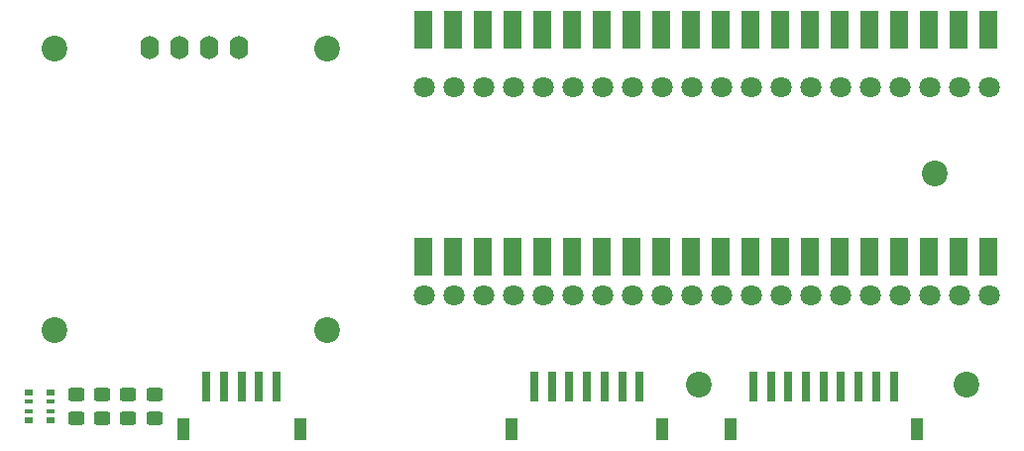
<source format=gts>
%TF.GenerationSoftware,KiCad,Pcbnew,(6.0.1)*%
%TF.CreationDate,2022-04-16T19:03:55-06:00*%
%TF.ProjectId,PicoFlasher_Breakout_Board_V1.4,5069636f-466c-4617-9368-65725f427265,rev?*%
%TF.SameCoordinates,Original*%
%TF.FileFunction,Soldermask,Top*%
%TF.FilePolarity,Negative*%
%FSLAX46Y46*%
G04 Gerber Fmt 4.6, Leading zero omitted, Abs format (unit mm)*
G04 Created by KiCad (PCBNEW (6.0.1)) date 2022-04-16 19:03:55*
%MOMM*%
%LPD*%
G01*
G04 APERTURE LIST*
G04 Aperture macros list*
%AMRoundRect*
0 Rectangle with rounded corners*
0 $1 Rounding radius*
0 $2 $3 $4 $5 $6 $7 $8 $9 X,Y pos of 4 corners*
0 Add a 4 corners polygon primitive as box body*
4,1,4,$2,$3,$4,$5,$6,$7,$8,$9,$2,$3,0*
0 Add four circle primitives for the rounded corners*
1,1,$1+$1,$2,$3*
1,1,$1+$1,$4,$5*
1,1,$1+$1,$6,$7*
1,1,$1+$1,$8,$9*
0 Add four rect primitives between the rounded corners*
20,1,$1+$1,$2,$3,$4,$5,0*
20,1,$1+$1,$4,$5,$6,$7,0*
20,1,$1+$1,$6,$7,$8,$9,0*
20,1,$1+$1,$8,$9,$2,$3,0*%
G04 Aperture macros list end*
%ADD10RoundRect,0.250000X-0.450000X0.325000X-0.450000X-0.325000X0.450000X-0.325000X0.450000X0.325000X0*%
%ADD11C,2.200000*%
%ADD12R,0.700000X2.500000*%
%ADD13R,1.100000X1.900000*%
%ADD14R,1.600000X3.200000*%
%ADD15R,0.800000X0.500000*%
%ADD16R,0.800000X0.400000*%
%ADD17O,1.600000X2.000000*%
%ADD18C,1.800000*%
G04 APERTURE END LIST*
D10*
%TO.C,D3*%
X98750000Y-97700000D03*
X98750000Y-99750000D03*
%TD*%
D11*
%TO.C,REF\u002A\u002A*%
X92500000Y-92250000D03*
%TD*%
D10*
%TO.C,D2*%
X96550000Y-97700000D03*
X96550000Y-99750000D03*
%TD*%
D11*
%TO.C,REF\u002A\u002A*%
X115783500Y-92250000D03*
%TD*%
%TO.C,REF\u002A\u002A*%
X147525000Y-96900000D03*
%TD*%
D12*
%TO.C,J1*%
X152200000Y-97100000D03*
X153700000Y-97100000D03*
X155200000Y-97100000D03*
X156700000Y-97100000D03*
X158200000Y-97100000D03*
X159700000Y-97100000D03*
X161200000Y-97100000D03*
X162700000Y-97100000D03*
X164200000Y-97100000D03*
D13*
X150250000Y-100700000D03*
X166150000Y-100700000D03*
%TD*%
D11*
%TO.C,REF\u002A\u002A*%
X92533500Y-68175000D03*
%TD*%
D14*
%TO.C,U1e*%
X172280000Y-66560000D03*
X169740000Y-66560000D03*
X167200000Y-66560000D03*
X164660000Y-66560000D03*
X162120000Y-66560000D03*
X159580000Y-66560000D03*
X157040000Y-66560000D03*
X154500000Y-66560000D03*
X151960000Y-66560000D03*
X149420000Y-66560000D03*
X146880000Y-66560000D03*
X144340000Y-66560000D03*
X141800000Y-66560000D03*
X139260000Y-66560000D03*
X136720000Y-66560000D03*
X134180000Y-66560000D03*
X131640000Y-66560000D03*
X129100000Y-66560000D03*
X126560000Y-66560000D03*
X124020000Y-66560000D03*
X124020000Y-85940000D03*
X126560000Y-85940000D03*
X129100000Y-85940000D03*
X131640000Y-85940000D03*
X134180000Y-85940000D03*
X136720000Y-85940000D03*
X139260000Y-85940000D03*
X141800000Y-85940000D03*
X144340000Y-85940000D03*
X146880000Y-85940000D03*
X149420000Y-85940000D03*
X151960000Y-85940000D03*
X154500000Y-85940000D03*
X157040000Y-85940000D03*
X159580000Y-85940000D03*
X162120000Y-85940000D03*
X164660000Y-85940000D03*
X167200000Y-85940000D03*
X169740000Y-85940000D03*
X172280000Y-85940000D03*
%TD*%
D15*
%TO.C,RN1*%
X92150000Y-99950000D03*
D16*
X92150000Y-99150000D03*
X92150000Y-98350000D03*
D15*
X92150000Y-97550000D03*
X90350000Y-97550000D03*
D16*
X90350000Y-98350000D03*
X90350000Y-99150000D03*
D15*
X90350000Y-99950000D03*
%TD*%
D10*
%TO.C,D4*%
X101050000Y-97700000D03*
X101050000Y-99750000D03*
%TD*%
D11*
%TO.C,REF\u002A\u002A*%
X167725000Y-78850000D03*
%TD*%
%TO.C,REF\u002A\u002A*%
X170400000Y-96925000D03*
%TD*%
D17*
%TO.C,U2*%
X100630000Y-68150000D03*
X103170000Y-68150000D03*
X105710000Y-68150000D03*
X108250000Y-68150000D03*
%TD*%
D11*
%TO.C,REF\u002A\u002A*%
X115783500Y-68200000D03*
%TD*%
D12*
%TO.C,J2*%
X133500000Y-97100000D03*
X135000000Y-97100000D03*
X136500000Y-97100000D03*
X138000000Y-97100000D03*
X139500000Y-97100000D03*
X141000000Y-97100000D03*
X142500000Y-97100000D03*
D13*
X144450000Y-100700000D03*
X131550000Y-100700000D03*
%TD*%
D10*
%TO.C,D1*%
X94375000Y-97700000D03*
X94375000Y-99750000D03*
%TD*%
D18*
%TO.C,U1*%
X172330000Y-71500000D03*
X169790000Y-71500000D03*
X167250000Y-71500000D03*
X164710000Y-71500000D03*
X162170000Y-71500000D03*
X159630000Y-71500000D03*
X157090000Y-71500000D03*
X154550000Y-71500000D03*
X152010000Y-71500000D03*
X149470000Y-71500000D03*
X146930000Y-71500000D03*
X144390000Y-71500000D03*
X141850000Y-71500000D03*
X139310000Y-71500000D03*
X136770000Y-71500000D03*
X134230000Y-71500000D03*
X131690000Y-71500000D03*
X129150000Y-71500000D03*
X126610000Y-71500000D03*
X124070000Y-71500000D03*
X124070000Y-89280000D03*
X126610000Y-89280000D03*
X129150000Y-89280000D03*
X131690000Y-89280000D03*
X134230000Y-89280000D03*
X136770000Y-89280000D03*
X139310000Y-89280000D03*
X141850000Y-89280000D03*
X144390000Y-89280000D03*
X146930000Y-89280000D03*
X149470000Y-89280000D03*
X152010000Y-89280000D03*
X154550000Y-89280000D03*
X157090000Y-89280000D03*
X159630000Y-89280000D03*
X162170000Y-89280000D03*
X164710000Y-89280000D03*
X167250000Y-89280000D03*
X169790000Y-89280000D03*
X172330000Y-89280000D03*
%TD*%
D12*
%TO.C,J3*%
X105500000Y-97100000D03*
X107000000Y-97100000D03*
X108500000Y-97100000D03*
X110000000Y-97100000D03*
X111500000Y-97100000D03*
D13*
X113500000Y-100700000D03*
X103500000Y-100700000D03*
%TD*%
M02*

</source>
